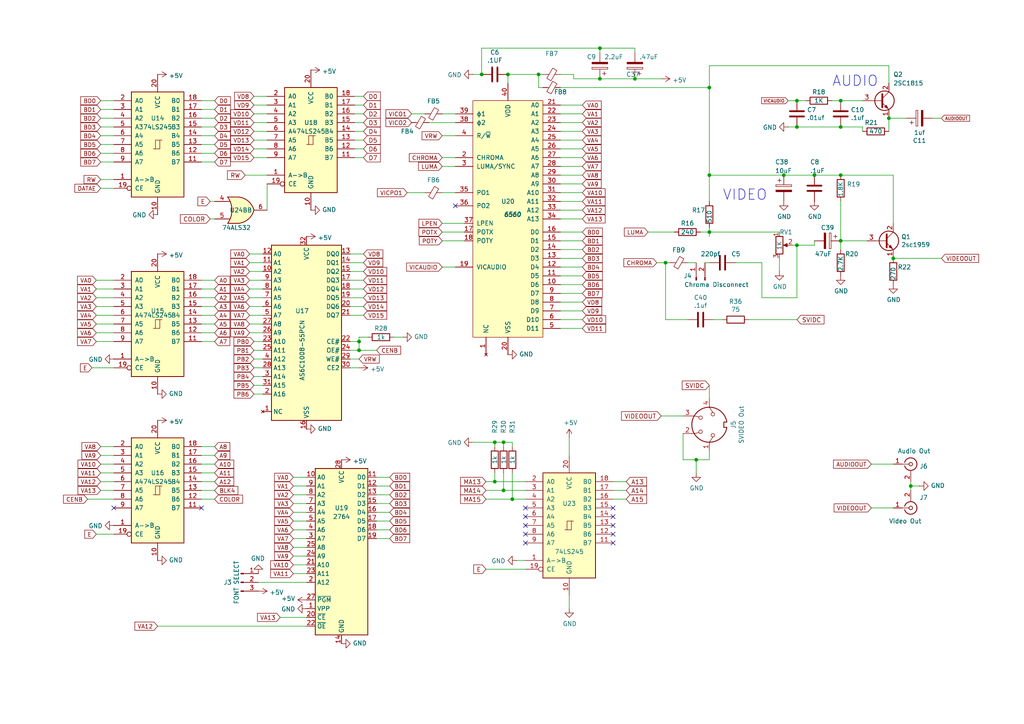
<source format=kicad_sch>
(kicad_sch (version 20250114) (generator "eeschema") (generator_version "9.0")
  (paper "A4")
  (text "AUDIO" (at 241.3 25.4 0) (effects (font (size 2.9972 2.9972)) (justify left bottom)))
  (text "VIDEO\n" (at 209.55 58.42 0) (effects (font (size 2.9972 2.9972)) (justify left bottom)))
  (junction (at 193.04 76.2))
  (junction (at 184.15 22.86))
  (junction (at 243.84 50.8))
  (junction (at 264.16 140.97))
  (junction (at 139.7 21.59))
  (junction (at 173.99 13.97))
  (junction (at 243.84 29.21))
  (junction (at 147.32 21.59))
  (junction (at 257.81 34.29))
  (junction (at 104.14 99.06))
  (junction (at 236.22 50.8))
  (junction (at 156.21 21.59))
  (junction (at 259.08 74.93))
  (junction (at 148.59 144.78))
  (junction (at 243.84 36.83))
  (junction (at 104.14 101.6))
  (junction (at 146.05 128.27))
  (junction (at 201.93 133.35))
  (junction (at 143.51 128.27))
  (junction (at 231.14 71.12))
  (junction (at 173.99 22.86))
  (junction (at 231.14 29.21))
  (junction (at 205.74 67.31))
  (junction (at 227.33 50.8))
  (junction (at 205.74 25.4))
  (junction (at 243.84 69.85))
  (junction (at 205.74 50.8))
  (junction (at 146.05 142.24))
  (junction (at 231.14 36.83))
  (junction (at 143.51 139.7))
  (no_connect (at 177.8 154.94))
  (no_connect (at 177.8 147.32))
  (no_connect (at 152.4 147.32))
  (no_connect (at 33.02 147.32))
  (no_connect (at 177.8 152.4))
  (no_connect (at 58.42 147.32))
  (no_connect (at 152.4 154.94))
  (no_connect (at 152.4 149.86))
  (no_connect (at 152.4 157.48))
  (no_connect (at 152.4 152.4))
  (no_connect (at 177.8 157.48))
  (no_connect (at 132.08 59.69))
  (no_connect (at 177.8 149.86))
  (wire (pts (xy 109.22 151.13) (xy 113.03 151.13)))
  (wire (pts (xy 205.74 115.57) (xy 205.74 111.76)))
  (wire (pts (xy 33.02 31.75) (xy 29.21 31.75)))
  (wire (pts (xy 33.02 44.45) (xy 29.21 44.45)))
  (wire (pts (xy 195.58 67.31) (xy 187.96 67.31)))
  (wire (pts (xy 147.32 24.13) (xy 147.32 21.59)))
  (wire (pts (xy 231.14 86.36) (xy 231.14 71.12)))
  (wire (pts (xy 33.02 139.7) (xy 29.21 139.7)))
  (wire (pts (xy 134.62 64.77) (xy 128.27 64.77)))
  (wire (pts (xy 139.7 13.97) (xy 139.7 21.59)))
  (wire (pts (xy 146.05 142.24) (xy 152.4 142.24)))
  (wire (pts (xy 231.14 71.12) (xy 236.22 71.12)))
  (wire (pts (xy 193.04 76.2) (xy 194.31 76.2)))
  (wire (pts (xy 259.08 134.62) (xy 252.73 134.62)))
  (wire (pts (xy 58.42 36.83) (xy 62.23 36.83)))
  (wire (pts (xy 33.02 46.99) (xy 29.21 46.99)))
  (wire (pts (xy 201.93 133.35) (xy 198.12 133.35)))
  (wire (pts (xy 114.3 97.79) (xy 116.84 97.79)))
  (wire (pts (xy 201.93 133.35) (xy 201.93 137.16)))
  (wire (pts (xy 146.05 129.54) (xy 146.05 128.27)))
  (wire (pts (xy 33.02 52.07) (xy 29.21 52.07)))
  (wire (pts (xy 77.47 33.02) (xy 73.66 33.02)))
  (wire (pts (xy 60.96 63.5) (xy 62.23 63.5)))
  (wire (pts (xy 243.84 36.83) (xy 231.14 36.83)))
  (wire (pts (xy 76.2 99.06) (xy 73.66 99.06)))
  (wire (pts (xy 102.87 40.64) (xy 105.41 40.64)))
  (wire (pts (xy 226.06 74.93) (xy 226.06 78.74)))
  (wire (pts (xy 106.68 97.79) (xy 104.14 97.79)))
  (wire (pts (xy 109.22 143.51) (xy 113.03 143.51)))
  (wire (pts (xy 58.42 137.16) (xy 62.23 137.16)))
  (wire (pts (xy 205.74 25.4) (xy 205.74 50.8)))
  (wire (pts (xy 257.81 34.29) (xy 262.89 34.29)))
  (wire (pts (xy 162.56 45.72) (xy 168.91 45.72)))
  (wire (pts (xy 162.56 25.4) (xy 205.74 25.4)))
  (wire (pts (xy 88.9 143.51) (xy 85.09 143.51)))
  (wire (pts (xy 33.02 88.9) (xy 27.94 88.9)))
  (wire (pts (xy 77.47 43.18) (xy 73.66 43.18)))
  (wire (pts (xy 102.87 30.48) (xy 105.41 30.48)))
  (wire (pts (xy 101.6 81.28) (xy 105.41 81.28)))
  (wire (pts (xy 137.16 21.59) (xy 139.7 21.59)))
  (wire (pts (xy 140.97 165.1) (xy 152.4 165.1)))
  (wire (pts (xy 140.97 139.7) (xy 143.51 139.7)))
  (wire (pts (xy 146.05 128.27) (xy 143.51 128.27)))
  (wire (pts (xy 162.56 50.8) (xy 168.91 50.8)))
  (wire (pts (xy 101.6 99.06) (xy 104.14 99.06)))
  (wire (pts (xy 257.81 34.29) (xy 257.81 38.1)))
  (wire (pts (xy 72.39 73.66) (xy 76.2 73.66)))
  (wire (pts (xy 88.9 140.97) (xy 85.09 140.97)))
  (wire (pts (xy 257.81 19.05) (xy 205.74 19.05)))
  (wire (pts (xy 140.97 144.78) (xy 148.59 144.78)))
  (wire (pts (xy 162.56 95.25) (xy 168.91 95.25)))
  (wire (pts (xy 198.12 120.65) (xy 191.77 120.65)))
  (wire (pts (xy 109.22 140.97) (xy 113.03 140.97)))
  (wire (pts (xy 162.56 69.85) (xy 168.91 69.85)))
  (wire (pts (xy 162.56 30.48) (xy 168.91 30.48)))
  (wire (pts (xy 162.56 85.09) (xy 168.91 85.09)))
  (wire (pts (xy 58.42 39.37) (xy 62.23 39.37)))
  (wire (pts (xy 148.59 129.54) (xy 148.59 128.27)))
  (wire (pts (xy 162.56 72.39) (xy 168.91 72.39)))
  (wire (pts (xy 33.02 154.94) (xy 27.94 154.94)))
  (wire (pts (xy 173.99 13.97) (xy 139.7 13.97)))
  (wire (pts (xy 184.15 13.97) (xy 173.99 13.97)))
  (wire (pts (xy 162.56 90.17) (xy 168.91 90.17)))
  (wire (pts (xy 101.6 106.68) (xy 104.14 106.68)))
  (wire (pts (xy 132.08 48.26) (xy 128.27 48.26)))
  (wire (pts (xy 162.56 77.47) (xy 168.91 77.47)))
  (wire (pts (xy 101.6 86.36) (xy 105.41 86.36)))
  (wire (pts (xy 166.37 21.59) (xy 166.37 22.86)))
  (wire (pts (xy 101.6 78.74) (xy 105.41 78.74)))
  (wire (pts (xy 243.84 69.85) (xy 243.84 72.39)))
  (wire (pts (xy 77.47 45.72) (xy 73.66 45.72)))
  (wire (pts (xy 264.16 140.97) (xy 264.16 139.7)))
  (wire (pts (xy 58.42 96.52) (xy 62.23 96.52)))
  (wire (pts (xy 162.56 74.93) (xy 168.91 74.93)))
  (wire (pts (xy 88.9 158.75) (xy 85.09 158.75)))
  (wire (pts (xy 162.56 53.34) (xy 168.91 53.34)))
  (wire (pts (xy 72.39 93.98) (xy 76.2 93.98)))
  (wire (pts (xy 101.6 101.6) (xy 104.14 101.6)))
  (wire (pts (xy 33.02 36.83) (xy 29.21 36.83)))
  (wire (pts (xy 162.56 63.5) (xy 168.91 63.5)))
  (wire (pts (xy 76.2 104.14) (xy 73.66 104.14)))
  (wire (pts (xy 231.14 29.21) (xy 228.6 29.21)))
  (wire (pts (xy 33.02 29.21) (xy 29.21 29.21)))
  (wire (pts (xy 76.2 106.68) (xy 73.66 106.68)))
  (wire (pts (xy 88.9 163.83) (xy 85.09 163.83)))
  (wire (pts (xy 156.21 25.4) (xy 157.48 25.4)))
  (wire (pts (xy 104.14 99.06) (xy 104.14 101.6)))
  (wire (pts (xy 33.02 81.28) (xy 27.94 81.28)))
  (wire (pts (xy 88.9 146.05) (xy 85.09 146.05)))
  (wire (pts (xy 33.02 106.68) (xy 26.67 106.68)))
  (wire (pts (xy 58.42 86.36) (xy 62.23 86.36)))
  (wire (pts (xy 101.6 76.2) (xy 105.41 76.2)))
  (wire (pts (xy 134.62 67.31) (xy 128.27 67.31)))
  (wire (pts (xy 259.08 147.32) (xy 252.73 147.32)))
  (wire (pts (xy 193.04 76.2) (xy 193.04 92.71)))
  (wire (pts (xy 33.02 144.78) (xy 25.4 144.78)))
  (wire (pts (xy 162.56 55.88) (xy 168.91 55.88)))
  (wire (pts (xy 102.87 35.56) (xy 105.41 35.56)))
  (wire (pts (xy 104.14 97.79) (xy 104.14 99.06)))
  (wire (pts (xy 29.21 41.91) (xy 33.02 41.91)))
  (wire (pts (xy 143.51 128.27) (xy 137.16 128.27)))
  (wire (pts (xy 209.55 92.71) (xy 207.01 92.71)))
  (wire (pts (xy 220.98 76.2) (xy 220.98 86.36)))
  (wire (pts (xy 257.81 19.05) (xy 257.81 24.13)))
  (wire (pts (xy 199.39 76.2) (xy 201.93 76.2)))
  (wire (pts (xy 243.84 29.21) (xy 250.19 29.21)))
  (wire (pts (xy 29.21 34.29) (xy 33.02 34.29)))
  (wire (pts (xy 217.17 92.71) (xy 231.14 92.71)))
  (wire (pts (xy 162.56 80.01) (xy 168.91 80.01)))
  (wire (pts (xy 58.42 99.06) (xy 62.23 99.06)))
  (wire (pts (xy 162.56 67.31) (xy 168.91 67.31)))
  (wire (pts (xy 58.42 41.91) (xy 62.23 41.91)))
  (wire (pts (xy 227.33 50.8) (xy 236.22 50.8)))
  (wire (pts (xy 102.87 45.72) (xy 105.41 45.72)))
  (wire (pts (xy 77.47 38.1) (xy 73.66 38.1)))
  (wire (pts (xy 76.2 111.76) (xy 73.66 111.76)))
  (wire (pts (xy 250.19 36.83) (xy 243.84 36.83)))
  (wire (pts (xy 58.42 93.98) (xy 62.23 93.98)))
  (wire (pts (xy 58.42 132.08) (xy 62.23 132.08)))
  (wire (pts (xy 33.02 54.61) (xy 29.21 54.61)))
  (wire (pts (xy 162.56 40.64) (xy 168.91 40.64)))
  (wire (pts (xy 77.47 35.56) (xy 73.66 35.56)))
  (wire (pts (xy 33.02 91.44) (xy 27.94 91.44)))
  (wire (pts (xy 143.51 137.16) (xy 143.51 139.7)))
  (wire (pts (xy 88.9 148.59) (xy 85.09 148.59)))
  (wire (pts (xy 109.22 153.67) (xy 113.03 153.67)))
  (wire (pts (xy 73.66 114.3) (xy 76.2 114.3)))
  (wire (pts (xy 109.22 156.21) (xy 113.03 156.21)))
  (wire (pts (xy 177.8 144.78) (xy 181.61 144.78)))
  (wire (pts (xy 72.39 76.2) (xy 76.2 76.2)))
  (wire (pts (xy 241.3 29.21) (xy 243.84 29.21)))
  (wire (pts (xy 33.02 93.98) (xy 27.94 93.98)))
  (wire (pts (xy 85.09 138.43) (xy 88.9 138.43)))
  (wire (pts (xy 58.42 46.99) (xy 62.23 46.99)))
  (wire (pts (xy 231.14 36.83) (xy 228.6 36.83)))
  (wire (pts (xy 132.08 33.02) (xy 128.27 33.02)))
  (wire (pts (xy 58.42 83.82) (xy 62.23 83.82)))
  (wire (pts (xy 132.08 39.37) (xy 128.27 39.37)))
  (wire (pts (xy 243.84 58.42) (xy 243.84 69.85)))
  (wire (pts (xy 140.97 142.24) (xy 146.05 142.24)))
  (wire (pts (xy 101.6 73.66) (xy 105.41 73.66)))
  (wire (pts (xy 205.74 58.42) (xy 205.74 50.8)))
  (wire (pts (xy 148.59 144.78) (xy 152.4 144.78)))
  (wire (pts (xy 101.6 83.82) (xy 105.41 83.82)))
  (wire (pts (xy 88.9 166.37) (xy 85.09 166.37)))
  (wire (pts (xy 102.87 27.94) (xy 105.41 27.94)))
  (wire (pts (xy 58.42 134.62) (xy 62.23 134.62)))
  (wire (pts (xy 33.02 99.06) (xy 27.94 99.06)))
  (wire (pts (xy 33.02 134.62) (xy 29.21 134.62)))
  (wire (pts (xy 173.99 22.86) (xy 184.15 22.86)))
  (wire (pts (xy 264.16 142.24) (xy 264.16 140.97)))
  (wire (pts (xy 162.56 87.63) (xy 168.91 87.63)))
  (wire (pts (xy 72.39 91.44) (xy 76.2 91.44)))
  (wire (pts (xy 119.38 33.02) (xy 123.19 33.02)))
  (wire (pts (xy 134.62 69.85) (xy 128.27 69.85)))
  (wire (pts (xy 264.16 140.97) (xy 266.7 140.97)))
  (wire (pts (xy 203.2 67.31) (xy 205.74 67.31)))
  (wire (pts (xy 229.87 71.12) (xy 231.14 71.12)))
  (wire (pts (xy 73.66 101.6) (xy 76.2 101.6)))
  (wire (pts (xy 33.02 39.37) (xy 29.21 39.37)))
  (wire (pts (xy 101.6 91.44) (xy 105.41 91.44)))
  (wire (pts (xy 101.6 104.14) (xy 104.14 104.14)))
  (wire (pts (xy 58.42 91.44) (xy 62.23 91.44)))
  (wire (pts (xy 205.74 133.35) (xy 205.74 130.81)))
  (wire (pts (xy 104.14 101.6) (xy 109.22 101.6)))
  (wire (pts (xy 77.47 50.8) (xy 71.12 50.8)))
  (wire (pts (xy 173.99 15.24) (xy 173.99 13.97)))
  (wire (pts (xy 72.39 96.52) (xy 76.2 96.52)))
  (wire (pts (xy 88.9 168.91) (xy 74.93 168.91)))
  (wire (pts (xy 162.56 38.1) (xy 168.91 38.1)))
  (wire (pts (xy 77.47 27.94) (xy 73.66 27.94)))
  (wire (pts (xy 236.22 71.12) (xy 236.22 69.85)))
  (wire (pts (xy 162.56 58.42) (xy 168.91 58.42)))
  (wire (pts (xy 58.42 142.24) (xy 62.23 142.24)))
  (wire (pts (xy 33.02 96.52) (xy 27.94 96.52)))
  (wire (pts (xy 45.72 181.61) (xy 88.9 181.61)))
  (wire (pts (xy 184.15 15.24) (xy 184.15 13.97)))
  (wire (pts (xy 58.42 139.7) (xy 62.23 139.7)))
  (wire (pts (xy 162.56 21.59) (xy 166.37 21.59)))
  (wire (pts (xy 33.02 132.08) (xy 29.21 132.08)))
  (wire (pts (xy 72.39 88.9) (xy 76.2 88.9)))
  (wire (pts (xy 109.22 138.43) (xy 113.03 138.43)))
  (wire (pts (xy 152.4 162.56) (xy 149.86 162.56)))
  (wire (pts (xy 162.56 33.02) (xy 168.91 33.02)))
  (wire (pts (xy 259.08 64.77) (xy 259.08 50.8)))
  (wire (pts (xy 147.32 21.59) (xy 156.21 21.59)))
  (wire (pts (xy 143.51 129.54) (xy 143.51 128.27)))
  (wire (pts (xy 109.22 146.05) (xy 113.03 146.05)))
  (wire (pts (xy 236.22 50.8) (xy 243.84 50.8)))
  (wire (pts (xy 166.37 22.86) (xy 173.99 22.86)))
  (wire (pts (xy 72.39 78.74) (xy 76.2 78.74)))
  (wire (pts (xy 148.59 137.16) (xy 148.59 144.78)))
  (wire (pts (xy 88.9 156.21) (xy 85.09 156.21)))
  (wire (pts (xy 58.42 29.21) (xy 62.23 29.21)))
  (wire (pts (xy 101.6 88.9) (xy 105.41 88.9)))
  (wire (pts (xy 198.12 133.35) (xy 198.12 125.73)))
  (wire (pts (xy 33.02 129.54) (xy 29.21 129.54)))
  (wire (pts (xy 33.02 83.82) (xy 27.94 83.82)))
  (wire (pts (xy 58.42 31.75) (xy 62.23 31.75)))
  (wire (pts (xy 162.56 92.71) (xy 168.91 92.71)))
  (wire (pts (xy 72.39 86.36) (xy 76.2 86.36)))
  (wire (pts (xy 184.15 22.86) (xy 191.77 22.86)))
  (wire (pts (xy 102.87 38.1) (xy 105.41 38.1)))
  (wire (pts (xy 177.8 142.24) (xy 181.61 142.24)))
  (wire (pts (xy 124.46 35.56) (xy 132.08 35.56)))
  (wire (pts (xy 123.19 55.88) (xy 118.11 55.88)))
  (wire (pts (xy 77.47 40.64) (xy 73.66 40.64)))
  (wire (pts (xy 72.39 83.82) (xy 76.2 83.82)))
  (wire (pts (xy 156.21 21.59) (xy 156.21 25.4)))
  (wire (pts (xy 58.42 129.54) (xy 62.23 129.54)))
  (wire (pts (xy 132.08 45.72) (xy 128.27 45.72)))
  (wire (pts (xy 58.42 88.9) (xy 62.23 88.9)))
  (wire (pts (xy 190.5 76.2) (xy 193.04 76.2)))
  (wire (pts (xy 33.02 142.24) (xy 29.21 142.24)))
  (wire (pts (xy 148.59 128.27) (xy 146.05 128.27)))
  (wire (pts (xy 193.04 92.71) (xy 199.39 92.71)))
  (wire (pts (xy 213.36 76.2) (xy 220.98 76.2)))
  (wire (pts (xy 259.08 50.8) (xy 243.84 50.8)))
  (wire (pts (xy 88.9 161.29) (xy 85.09 161.29)))
  (wire (pts (xy 205.74 19.05) (xy 205.74 25.4)))
  (wire (pts (xy 205.74 133.35) (xy 201.93 133.35)))
  (wire (pts (xy 33.02 137.16) (xy 29.21 137.16)))
  (wire (pts (xy 102.87 43.18) (xy 105.41 43.18)))
  (wire (pts (xy 205.74 67.31) (xy 205.74 68.58)))
  (wire (pts (xy 156.21 21.59) (xy 157.48 21.59)))
  (wire (pts (xy 58.42 144.78) (xy 62.23 144.78)))
  (wire (pts (xy 60.96 58.42) (xy 62.23 58.42)))
  (wire (pts (xy 162.56 35.56) (xy 168.91 35.56)))
  (wire (pts (xy 88.9 179.07) (xy 81.28 179.07)))
  (wire (pts (xy 233.68 29.21) (xy 231.14 29.21)))
  (wire (pts (xy 220.98 86.36) (xy 231.14 86.36)))
  (wire (pts (xy 88.9 151.13) (xy 85.09 151.13)))
  (wire (pts (xy 165.1 127) (xy 165.1 132.08)))
  (wire (pts (xy 143.51 139.7) (xy 152.4 139.7)))
  (wire (pts (xy 165.1 172.72) (xy 165.1 176.53)))
  (wire (pts (xy 243.84 69.85) (xy 251.46 69.85)))
  (wire (pts (xy 109.22 148.59) (xy 113.03 148.59)))
  (wire (pts (xy 77.47 53.34) (xy 77.47 60.96)))
  (wire (pts (xy 33.02 86.36) (xy 27.94 86.36)))
  (wire (pts (xy 177.8 139.7) (xy 181.61 139.7)))
  (wire (pts (xy 162.56 43.18) (xy 168.91 43.18)))
  (wire (pts (xy 205.74 67.31) (xy 205.74 66.04)))
  (wire (pts (xy 205.74 50.8) (xy 227.33 50.8)))
  (wire (pts (xy 205.74 67.31) (xy 226.06 67.31)))
  (wire (pts (xy 58.42 81.28) (xy 62.23 81.28)))
  (wire (pts (xy 250.19 38.1) (xy 250.19 36.83)))
  (wire (pts (xy 132.08 55.88) (xy 128.27 55.88)))
  (wire (pts (xy 204.47 76.2) (xy 205.74 76.2)))
  (wire (pts (xy 146.05 137.16) (xy 146.05 142.24)))
  (wire (pts (xy 77.47 30.48) (xy 73.66 30.48)))
  (wire (pts (xy 132.08 77.47) (xy 128.27 77.47)))
  (wire (pts (xy 162.56 60.96) (xy 168.91 60.96)))
  (wire (pts (xy 88.9 153.67) (xy 85.09 153.67)))
  (wire (pts (xy 162.56 48.26) (xy 168.91 48.26)))
  (wire (pts (xy 58.42 34.29) (xy 62.23 34.29)))
  (wire (pts (xy 162.56 82.55) (xy 168.91 82.55)))
  (wire (pts (xy 58.42 44.45) (xy 62.23 44.45)))
  (wire (pts (xy 76.2 109.22) (xy 73.66 109.22)))
  (wire (pts (xy 259.08 74.93) (xy 273.05 74.93)))
  (wire (pts (xy 270.51 34.29) (xy 273.05 34.29)))
  (wire (pts (xy 102.87 33.02) (xy 105.41 33.02)))
  (wire (pts (xy 72.39 81.28) (xy 76.2 81.28)))
  (global_label "VA2" (shape input) (at 72.39 78.74 180) (effects (font (size 1.1938 1.1938))) (property "Intersheetrefs" "${INTERSHEET_REFS}" (effects (hide yes))))
  (global_label "VD15" (shape input) (at 105.41 91.44 0) (effects (font (size 1.1938 1.1938))) (property "Intersheetrefs" "${INTERSHEET_REFS}" (effects (hide yes))))
  (global_label "BD0" (shape input) (at 113.03 138.43 0) (effects (font (size 1.1938 1.1938))) (property "Intersheetrefs" "${INTERSHEET_REFS}" (effects (hide yes))))
  (global_label "VD9" (shape input) (at 73.66 30.48 180) (effects (font (size 1.1938 1.1938))) (property "Intersheetrefs" "${INTERSHEET_REFS}" (effects (hide yes))))
  (global_label "A6" (shape input) (at 62.23 96.52 0) (effects (font (size 1.1938 1.1938))) (property "Intersheetrefs" "${INTERSHEET_REFS}" (effects (hide yes))))
  (global_label "BD0" (shape input) (at 29.21 29.21 180) (effects (font (size 1.1938 1.1938))) (property "Intersheetrefs" "${INTERSHEET_REFS}" (effects (hide yes))))
  (global_label "VD9" (shape input) (at 105.41 76.2 0) (effects (font (size 1.1938 1.1938))) (property "Intersheetrefs" "${INTERSHEET_REFS}" (effects (hide yes))))
  (global_label "CHROMA" (shape input) (at 190.5 76.2 180) (effects (font (size 1.1938 1.1938))) (property "Intersheetrefs" "${INTERSHEET_REFS}" (effects (hide yes))))
  (global_label "PB2" (shape input) (at 73.66 104.14 180) (effects (font (size 1.1938 1.1938))) (property "Intersheetrefs" "${INTERSHEET_REFS}" (effects (hide yes))))
  (global_label "BD4" (shape input) (at 168.91 77.47 0) (effects (font (size 1.1938 1.1938))) (property "Intersheetrefs" "${INTERSHEET_REFS}" (effects (hide yes))))
  (global_label "VA13" (shape input) (at 168.91 63.5 0) (effects (font (size 1.1938 1.1938))) (property "Intersheetrefs" "${INTERSHEET_REFS}" (effects (hide yes))))
  (global_label "VICAUDIO" (shape input) (at 228.6 29.21 180) (effects (font (size 0.889 0.889))) (property "Intersheetrefs" "${INTERSHEET_REFS}" (effects (hide yes))))
  (global_label "VD11" (shape input) (at 168.91 95.25 0) (effects (font (size 1.1938 1.1938))) (property "Intersheetrefs" "${INTERSHEET_REFS}" (effects (hide yes))))
  (global_label "BLK4" (shape input) (at 62.23 142.24 0) (effects (font (size 1.1938 1.1938))) (property "Intersheetrefs" "${INTERSHEET_REFS}" (effects (hide yes))))
  (global_label "A9" (shape input) (at 62.23 132.08 0) (effects (font (size 1.1938 1.1938))) (property "Intersheetrefs" "${INTERSHEET_REFS}" (effects (hide yes))))
  (global_label "VD11" (shape input) (at 73.66 35.56 180) (effects (font (size 1.1938 1.1938))) (property "Intersheetrefs" "${INTERSHEET_REFS}" (effects (hide yes))))
  (global_label "CENB" (shape input) (at 109.22 101.6 0) (effects (font (size 1.1938 1.1938))) (property "Intersheetrefs" "${INTERSHEET_REFS}" (effects (hide yes))))
  (global_label "PB5" (shape input) (at 73.66 111.76 180) (effects (font (size 1.1938 1.1938))) (property "Intersheetrefs" "${INTERSHEET_REFS}" (effects (hide yes))))
  (global_label "VICO2" (shape input) (at 119.38 35.56 180) (effects (font (size 1.1938 1.1938))) (property "Intersheetrefs" "${INTERSHEET_REFS}" (effects (hide yes))))
  (global_label "D3" (shape input) (at 105.41 35.56 0) (property "Intersheetrefs" "${INTERSHEET_REFS}" (effects (hide yes))))
  (global_label "VA0" (shape input) (at 72.39 73.66 180) (effects (font (size 1.1938 1.1938))) (property "Intersheetrefs" "${INTERSHEET_REFS}" (effects (hide yes))))
  (global_label "MA14" (shape input) (at 140.97 142.24 180) (property "Intersheetrefs" "${INTERSHEET_REFS}" (effects (hide yes))))
  (global_label "D0" (shape input) (at 62.23 29.21 0) (effects (font (size 1.1938 1.1938))) (property "Intersheetrefs" "${INTERSHEET_REFS}" (effects (hide yes))))
  (global_label "BD3" (shape input) (at 29.21 36.83 180) (effects (font (size 1.1938 1.1938))) (property "Intersheetrefs" "${INTERSHEET_REFS}" (effects (hide yes))))
  (global_label "POTX" (shape input) (at 128.27 67.31 180) (effects (font (size 1.1938 1.1938))) (property "Intersheetrefs" "${INTERSHEET_REFS}" (effects (hide yes))))
  (global_label "VA13" (shape input) (at 81.28 179.07 180) (effects (font (size 1.1938 1.1938))) (property "Intersheetrefs" "${INTERSHEET_REFS}" (effects (hide yes))))
  (global_label "LPEN" (shape input) (at 128.27 64.77 180) (effects (font (size 1.1938 1.1938))) (property "Intersheetrefs" "${INTERSHEET_REFS}" (effects (hide yes))))
  (global_label "VA4" (shape input) (at 168.91 40.64 0) (effects (font (size 1.1938 1.1938))) (property "Intersheetrefs" "${INTERSHEET_REFS}" (effects (hide yes))))
  (global_label "PB6" (shape input) (at 73.66 114.3 180) (effects (font (size 1.1938 1.1938))) (property "Intersheetrefs" "${INTERSHEET_REFS}" (effects (hide yes))))
  (global_label "VD15" (shape input) (at 73.66 45.72 180) (effects (font (size 1.1938 1.1938))) (property "Intersheetrefs" "${INTERSHEET_REFS}" (effects (hide yes))))
  (global_label "D0" (shape input) (at 105.41 27.94 0) (property "Intersheetrefs" "${INTERSHEET_REFS}" (effects (hide yes))))
  (global_label "VA5" (shape input) (at 72.39 86.36 180) (effects (font (size 1.1938 1.1938))) (property "Intersheetrefs" "${INTERSHEET_REFS}" (effects (hide yes))))
  (global_label "VD12" (shape input) (at 105.41 83.82 0) (effects (font (size 1.1938 1.1938))) (property "Intersheetrefs" "${INTERSHEET_REFS}" (effects (hide yes))))
  (global_label "VA9" (shape input) (at 85.09 161.29 180) (effects (font (size 1.1938 1.1938))) (property "Intersheetrefs" "${INTERSHEET_REFS}" (effects (hide yes))))
  (global_label "VA5" (shape input) (at 85.09 151.13 180) (effects (font (size 1.1938 1.1938))) (property "Intersheetrefs" "${INTERSHEET_REFS}" (effects (hide yes))))
  (global_label "BD1" (shape input) (at 29.21 31.75 180) (effects (font (size 1.1938 1.1938))) (property "Intersheetrefs" "${INTERSHEET_REFS}" (effects (hide yes))))
  (global_label "D5" (shape input) (at 105.41 40.64 0) (property "Intersheetrefs" "${INTERSHEET_REFS}" (effects (hide yes))))
  (global_label "VA10" (shape input) (at 168.91 55.88 0) (effects (font (size 1.1938 1.1938))) (property "Intersheetrefs" "${INTERSHEET_REFS}" (effects (hide yes))))
  (global_label "VA12" (shape input) (at 29.21 139.7 180) (effects (font (size 1.1938 1.1938))) (property "Intersheetrefs" "${INTERSHEET_REFS}" (effects (hide yes))))
  (global_label "VA4" (shape input) (at 27.94 91.44 180) (effects (font (size 1.1938 1.1938))) (property "Intersheetrefs" "${INTERSHEET_REFS}" (effects (hide yes))))
  (global_label "BD2" (shape input) (at 168.91 72.39 0) (effects (font (size 1.1938 1.1938))) (property "Intersheetrefs" "${INTERSHEET_REFS}" (effects (hide yes))))
  (global_label "VA6" (shape input) (at 27.94 96.52 180) (effects (font (size 1.1938 1.1938))) (property "Intersheetrefs" "${INTERSHEET_REFS}" (effects (hide yes))))
  (global_label "VA8" (shape input) (at 29.21 129.54 180) (effects (font (size 1.1938 1.1938))) (property "Intersheetrefs" "${INTERSHEET_REFS}" (effects (hide yes))))
  (global_label "VA1" (shape input) (at 27.94 83.82 180) (effects (font (size 1.1938 1.1938))) (property "Intersheetrefs" "${INTERSHEET_REFS}" (effects (hide yes))))
  (global_label "SVIDC" (shape input) (at 205.74 111.76 180) (property "Intersheetrefs" "${INTERSHEET_REFS}" (effects (hide yes))))
  (global_label "D2" (shape input) (at 105.41 33.02 0) (property "Intersheetrefs" "${INTERSHEET_REFS}" (effects (hide yes))))
  (global_label "A12" (shape input) (at 62.23 139.7 0) (effects (font (size 1.1938 1.1938))) (property "Intersheetrefs" "${INTERSHEET_REFS}" (effects (hide yes))))
  (global_label "BD1" (shape input) (at 113.03 140.97 0) (effects (font (size 1.1938 1.1938))) (property "Intersheetrefs" "${INTERSHEET_REFS}" (effects (hide yes))))
  (global_label "VA10" (shape input) (at 85.09 163.83 180) (effects (font (size 1.1938 1.1938))) (property "Intersheetrefs" "${INTERSHEET_REFS}" (effects (hide yes))))
  (global_label "E" (shape input) (at 26.67 106.68 180) (effects (font (size 1.1938 1.1938))) (property "Intersheetrefs" "${INTERSHEET_REFS}" (effects (hide yes))))
  (global_label "PB4" (shape input) (at 73.66 109.22 180) (effects (font (size 1.1938 1.1938))) (property "Intersheetrefs" "${INTERSHEET_REFS}" (effects (hide yes))))
  (global_label "VA3" (shape input) (at 72.39 81.28 180) (effects (font (size 1.1938 1.1938))) (property "Intersheetrefs" "${INTERSHEET_REFS}" (effects (hide yes))))
  (global_label "E" (shape input) (at 140.97 165.1 180) (property "Intersheetrefs" "${INTERSHEET_REFS}" (effects (hide yes))))
  (global_label "VA12" (shape input) (at 45.72 181.61 180) (effects (font (size 1.1938 1.1938))) (property "Intersheetrefs" "${INTERSHEET_REFS}" (effects (hide yes))))
  (global_label "VA9" (shape input) (at 29.21 132.08 180) (effects (font (size 1.1938 1.1938))) (property "Intersheetrefs" "${INTERSHEET_REFS}" (effects (hide yes))))
  (global_label "VA6" (shape input) (at 72.39 88.9 180) (effects (font (size 1.1938 1.1938))) (property "Intersheetrefs" "${INTERSHEET_REFS}" (effects (hide yes))))
  (global_label "VA7" (shape input) (at 85.09 156.21 180) (effects (font (size 1.1938 1.1938))) (property "Intersheetrefs" "${INTERSHEET_REFS}" (effects (hide yes))))
  (global_label "VA8" (shape input) (at 72.39 93.98 180) (effects (font (size 1.1938 1.1938))) (property "Intersheetrefs" "${INTERSHEET_REFS}" (effects (hide yes))))
  (global_label "VICO1" (shape input) (at 119.38 33.02 180) (effects (font (size 1.1938 1.1938))) (property "Intersheetrefs" "${INTERSHEET_REFS}" (effects (hide yes))))
  (global_label "VA7" (shape input) (at 72.39 91.44 180) (effects (font (size 1.1938 1.1938))) (property "Intersheetrefs" "${INTERSHEET_REFS}" (effects (hide yes))))
  (global_label "VA3" (shape input) (at 168.91 38.1 0) (effects (font (size 1.1938 1.1938))) (property "Intersheetrefs" "${INTERSHEET_REFS}" (effects (hide yes))))
  (global_label "VD8" (shape input) (at 105.41 73.66 0) (effects (font (size 1.1938 1.1938))) (property "Intersheetrefs" "${INTERSHEET_REFS}" (effects (hide yes))))
  (global_label "A3" (shape input) (at 62.23 88.9 0) (effects (font (size 1.1938 1.1938))) (property "Intersheetrefs" "${INTERSHEET_REFS}" (effects (hide yes))))
  (global_label "VRW" (shape input) (at 128.27 39.37 180) (effects (font (size 1.1938 1.1938))) (property "Intersheetrefs" "${INTERSHEET_REFS}" (effects (hide yes))))
  (global_label "VA11" (shape input) (at 85.09 166.37 180) (effects (font (size 1.1938 1.1938))) (property "Intersheetrefs" "${INTERSHEET_REFS}" (effects (hide yes))))
  (global_label "VD9" (shape input) (at 168.91 90.17 0) (effects (font (size 1.1938 1.1938))) (property "Intersheetrefs" "${INTERSHEET_REFS}" (effects (hide yes))))
  (global_label "RW" (shape input) (at 29.21 52.07 180) (effects (font (size 1.1938 1.1938))) (property "Intersheetrefs" "${INTERSHEET_REFS}" (effects (hide yes))))
  (global_label "A4" (shape input) (at 62.23 91.44 0) (effects (font (size 1.1938 1.1938))) (property "Intersheetrefs" "${INTERSHEET_REFS}" (effects (hide yes))))
  (global_label "A1" (shape input) (at 62.23 83.82 0) (effects (font (size 1.1938 1.1938))) (property "Intersheetrefs" "${INTERSHEET_REFS}" (effects (hide yes))))
  (global_label "A10" (shape input) (at 62.23 134.62 0) (effects (font (size 1.1938 1.1938))) (property "Intersheetrefs" "${INTERSHEET_REFS}" (effects (hide yes))))
  (global_label "A8" (shape input) (at 62.23 129.54 0) (effects (font (size 1.1938 1.1938))) (property "Intersheetrefs" "${INTERSHEET_REFS}" (effects (hide yes))))
  (global_label "BD7" (shape input) (at 29.21 46.99 180) (effects (font (size 1.1938 1.1938))) (property "Intersheetrefs" "${INTERSHEET_REFS}" (effects (hide yes))))
  (global_label "VICPO1" (shape input) (at 118.11 55.88 180) (effects (font (size 1.1938 1.1938))) (property "Intersheetrefs" "${INTERSHEET_REFS}" (effects (hide yes))))
  (global_label "BD2" (shape input) (at 29.21 34.29 180) (effects (font (size 1.1938 1.1938))) (property "Intersheetrefs" "${INTERSHEET_REFS}" (effects (hide yes))))
  (global_label "PB0" (shape input) (at 73.66 99.06 180) (effects (font (size 1.1938 1.1938))) (property "Intersheetrefs" "${INTERSHEET_REFS}" (effects (hide yes))))
  (global_label "BD3" (shape input) (at 168.91 74.93 0) (effects (font (size 1.1938 1.1938))) (property "Intersheetrefs" "${INTERSHEET_REFS}" (effects (hide yes))))
  (global_label "VA5" (shape input) (at 27.94 93.98 180) (effects (font (size 1.1938 1.1938))) (property "Intersheetrefs" "${INTERSHEET_REFS}" (effects (hide yes))))
  (global_label "VA11" (shape input) (at 168.91 58.42 0) (effects (font (size 1.1938 1.1938))) (property "Intersheetrefs" "${INTERSHEET_REFS}" (effects (hide yes))))
  (global_label "BD4" (shape input) (at 113.03 148.59 0) (effects (font (size 1.1938 1.1938))) (property "Intersheetrefs" "${INTERSHEET_REFS}" (effects (hide yes))))
  (global_label "VA4" (shape input) (at 85.09 148.59 180) (effects (font (size 1.1938 1.1938))) (property "Intersheetrefs" "${INTERSHEET_REFS}" (effects (hide yes))))
  (global_label "VA7" (shape input) (at 27.94 99.06 180) (effects (font (size 1.1938 1.1938))) (property "Intersheetrefs" "${INTERSHEET_REFS}" (effects (hide yes))))
  (global_label "VD10" (shape input) (at 105.41 78.74 0) (effects (font (size 1.1938 1.1938))) (property "Intersheetrefs" "${INTERSHEET_REFS}" (effects (hide yes))))
  (global_label "BD6" (shape input) (at 29.21 44.45 180) (effects (font (size 1.1938 1.1938))) (property "Intersheetrefs" "${INTERSHEET_REFS}" (effects (hide yes))))
  (global_label "VA5" (shape input) (at 168.91 43.18 0) (effects (font (size 1.1938 1.1938))) (property "Intersheetrefs" "${INTERSHEET_REFS}" (effects (hide yes))))
  (global_label "BD5" (shape input) (at 113.03 151.13 0) (effects (font (size 1.1938 1.1938))) (property "Intersheetrefs" "${INTERSHEET_REFS}" (effects (hide yes))))
  (global_label "VIDEOOUT" (shape input) (at 273.05 74.93 0) (effects (font (size 1.1938 1.1938))) (property "Intersheetrefs" "${INTERSHEET_REFS}" (effects (hide yes))))
  (global_label "BD3" (shape input) (at 113.03 146.05 0) (effects (font (size 1.1938 1.1938))) (property "Intersheetrefs" "${INTERSHEET_REFS}" (effects (hide yes))))
  (global_label "VIDEOOUT" (shape input) (at 252.73 147.32 180) (effects (font (size 1.1938 1.1938))) (property "Intersheetrefs" "${INTERSHEET_REFS}" (effects (hide yes))))
  (global_label "D7" (shape input) (at 105.41 45.72 0) (property "Intersheetrefs" "${INTERSHEET_REFS}" (effects (hide yes))))
  (global_label "BD6" (shape input) (at 168.91 82.55 0) (effects (font (size 1.1938 1.1938))) (property "Intersheetrefs" "${INTERSHEET_REFS}" (effects (hide yes))))
  (global_label "VA7" (shape input) (at 168.91 48.26 0) (effects (font (size 1.1938 1.1938))) (property "Intersheetrefs" "${INTERSHEET_REFS}" (effects (hide yes))))
  (global_label "VD13" (shape input) (at 105.41 86.36 0) (effects (font (size 1.1938 1.1938))) (property "Intersheetrefs" "${INTERSHEET_REFS}" (effects (hide yes))))
  (global_label "A2" (shape input) (at 62.23 86.36 0) (effects (font (size 1.1938 1.1938))) (property "Intersheetrefs" "${INTERSHEET_REFS}" (effects (hide yes))))
  (global_label "SVIDC" (shape input) (at 231.14 92.71 0) (property "Intersheetrefs" "${INTERSHEET_REFS}" (effects (hide yes))))
  (global_label "VD13" (shape input) (at 73.66 40.64 180) (effects (font (size 1.1938 1.1938))) (property "Intersheetrefs" "${INTERSHEET_REFS}" (effects (hide yes))))
  (global_label "VICAUDIO" (shape input) (at 128.27 77.47 180) (effects (font (size 1.1938 1.1938))) (property "Intersheetrefs" "${INTERSHEET_REFS}" (effects (hide yes))))
  (global_label "D1" (shape input) (at 62.23 31.75 0) (effects (font (size 1.1938 1.1938))) (property "Intersheetrefs" "${INTERSHEET_REFS}" (effects (hide yes))))
  (global_label "A13" (shape input) (at 181.61 139.7 0) (property "Intersheetrefs" "${INTERSHEET_REFS}" (effects (hide yes))))
  (global_label "VA9" (shape input) (at 72.39 96.52 180) (effects (font (size 1.1938 1.1938))) (property "Intersheetrefs" "${INTERSHEET_REFS}" (effects (hide yes))))
  (global_label "VA1" (shape input) (at 168.91 33.02 0) (effects (font (size 1.1938 1.1938))) (property "Intersheetrefs" "${INTERSHEET_REFS}" (effects (hide yes))))
  (global_label "D2" (shape input) (at 62.23 34.29 0) (effects (font (size 1.1938 1.1938))) (property "Intersheetrefs" "${INTERSHEET_REFS}" (effects (hide yes))))
  (global_label "VA2" (shape input) (at 27.94 86.36 180) (effects (font (size 1.1938 1.1938))) (property "Intersheetrefs" "${INTERSHEET_REFS}" (effects (hide yes))))
  (global_label "CHROMA" (shape input) (at 128.27 45.72 180) (effects (font (size 1.1938 1.1938))) (property "Intersheetrefs" "${INTERSHEET_REFS}" (effects (hide yes))))
  (global_label "VA2" (shape input) (at 168.91 35.56 0) (effects (font (size 1.1938 1.1938))) (property "Intersheetrefs" "${INTERSHEET_REFS}" (effects (hide yes))))
  (global_label "PB1" (shape input) (at 73.66 101.6 180) (effects (font (size 1.1938 1.1938))) (property "Intersheetrefs" "${INTERSHEET_REFS}" (effects (hide yes))))
  (global_label "DATAE" (shape input) (at 29.21 54.61 180) (effects (font (size 1.1938 1.1938))) (property "Intersheetrefs" "${INTERSHEET_REFS}" (effects (hide yes))))
  (global_label "VA3" (shape input) (at 27.94 88.9 180) (effects (font (size 1.1938 1.1938))) (property "Intersheetrefs" "${INTERSHEET_REFS}" (effects (hide yes))))
  (global_label "PB3" (shape input) (at 73.66 106.68 180) (effects (font (size 1.1938 1.1938))) (property "Intersheetrefs" "${INTERSHEET_REFS}" (effects (hide yes))))
  (global_label "VA8" (shape input) (at 85.09 158.75 180) (effects (font (size 1.1938 1.1938))) (property "Intersheetrefs" "${INTERSHEET_REFS}" (effects (hide yes))))
  (global_label "A5" (shape input) (at 62.23 93.98 0) (effects (font (size 1.1938 1.1938))) (property "Intersheetrefs" "${INTERSHEET_REFS}" (effects (hide yes))))
  (global_label "A0" (shape input) (at 62.23 81.28 0) (effects (font (size 1.1938 1.1938))) (property "Intersheetrefs" "${INTERSHEET_REFS}" (effects (hide yes))))
  (global_label "VA1" (shape input) (at 72.39 76.2 180) (effects (font (size 1.1938 1.1938))) (property "Intersheetrefs" "${INTERSHEET_REFS}" (effects (hide yes))))
  (global_label "D6" (shape input) (at 105.41 43.18 0) (property "Intersheetrefs" "${INTERSHEET_REFS}" (effects (hide yes))))
  (global_label "BD4" (shape input) (at 29.21 39.37 180) (effects (font (size 1.1938 1.1938))) (property "Intersheetrefs" "${INTERSHEET_REFS}" (effects (hide yes))))
  (global_label "VD12" (shape input) (at 73.66 38.1 180) (effects (font (size 1.1938 1.1938))) (property "Intersheetrefs" "${INTERSHEET_REFS}" (effects (hide yes))))
  (global_label "BD6" (shape input) (at 113.03 153.67 0) (effects (font (size 1.1938 1.1938))) (property "Intersheetrefs" "${INTERSHEET_REFS}" (effects (hide yes))))
  (global_label "VD14" (shape input) (at 73.66 43.18 180) (effects (font (size 1.1938 1.1938))) (property "Intersheetrefs" "${INTERSHEET_REFS}" (effects (hide yes))))
  (global_label "BD1" (shape input) (at 168.91 69.85 0) (effects (font (size 1.1938 1.1938))) (property "Intersheetrefs" "${INTERSHEET_REFS}" (effects (hide yes))))
  (global_label "D4" (shape input) (at 105.41 38.1 0) (property "Intersheetrefs" "${INTERSHEET_REFS}" (effects (hide yes))))
  (global_label "VA6" (shape input) (at 168.91 45.72 0) (effects (font (size 1.1938 1.1938))) (property "Intersheetrefs" "${INTERSHEET_REFS}" (effects (hide yes))))
  (global_label "COLOR" (shape input) (at 62.23 144.78 0) (effects (font (size 1.1938 1.1938))) (property "Intersheetrefs" "${INTERSHEET_REFS}" (effects (hide yes))))
  (global_label "BD0" (shape input) (at 168.91 67.31 0) (effects (font (size 1.1938 1.1938))) (property "Intersheetrefs" "${INTERSHEET_REFS}" (effects (hide yes))))
  (global_label "VA6" (shape input) (at 85.09 153.67 180) (effects (font (size 1.1938 1.1938))) (property "Intersheetrefs" "${INTERSHEET_REFS}" (effects (hide yes))))
  (global_label "LUMA" (shape input) (at 187.96 67.31 180) (effects (font (size 1.1938 1.1938))) (property "Intersheetrefs" "${INTERSHEET_REFS}" (effects (hide yes))))
  (global_label "VIDEOOUT" (shape input) (at 191.77 120.65 180) (property "Intersheetrefs" "${INTERSHEET_REFS}" (effects (hide yes))))
  (global_label "VD14" (shape input) (at 105.41 88.9 0) (effects (font (size 1.1938 1.1938))) (property "Intersheetrefs" "${INTERSHEET_REFS}" (effects (hide yes))))
  (global_label "VA0" (shape input) (at 27.94 81.28 180) (effects (font (size 1.1938 1.1938))) (property "Intersheetrefs" "${INTERSHEET_REFS}" (effects (hide yes))))
  (global_label "A14" (shape input) (at 181.61 142.24 0) (property "Intersheetrefs" "${INTERSHEET_REFS}" (effects (hide yes))))
  (global_label "VA4" (shape input) (at 72.39 83.82 180) (effects (font (size 1.1938 1.1938))) (property "Intersheetrefs" "${INTERSHEET_REFS}" (effects (hide yes))))
  (global_label "VA11" (shape input) (at 29.21 137.16 180) (effects (font (size 1.1938 1.1938))) (property "Intersheetrefs" "${INTERSHEET_REFS}" (effects (hide yes))))
  (global_label "D7" (shape input) (at 62.23 46.99 0) (effects (font (size 1.1938 1.1938))) (property "Intersheetrefs" "${INTERSHEET_REFS}" (effects (hide yes))))
  (global_label "AUDIOOUT" (shape input) (at 273.05 34.29 0) (effects (font (size 0.889 0.889))) (property "Intersheetrefs" "${INTERSHEET_REFS}" (effects (hide yes))))
  (global_label "D3" (shape input) (at 62.23 36.83 0) (effects (font (size 1.1938 1.1938))) (property "Intersheetrefs" "${INTERSHEET_REFS}" (effects (hide yes))))
  (global_label "VD8" (shape input) (at 168.91 87.63 0) (effects (font (size 1.1938 1.1938))) (property "Intersheetrefs" "${INTERSHEET_REFS}" (effects (hide yes))))
  (global_label "VA10" (shape input) (at 29.21 134.62 180) (effects (font (size 1.1938 1.1938))) (property "Intersheetrefs" "${INTERSHEET_REFS}" (effects (hide yes))))
  (global_label "A11" (shape input) (at 62.23 137.16 0) (effects (font (size 1.1938 1.1938))) (property "Intersheetrefs" "${INTERSHEET_REFS}" (effects (hide yes))))
  (global_label "D1" (shape input) (at 105.41 30.48 0) (property "Intersheetrefs" "${INTERSHEET_REFS}" (effects (hide yes))))
  (global_label "RW" (shape input) (at 71.12 50.8 180) (property "Intersheetrefs" "${INTERSHEET_REFS}" (effects (hide yes))))
  (global_label "VD10" (shape input) (at 168.91 92.71 0) (effects (font (size 1.1938 1.1938))) (property "Intersheetrefs" "${INTERSHEET_REFS}" (effects (hide yes))))
  (global_label "E" (shape input) (at 60.96 58.42 180) (property "Intersheetrefs" "${INTERSHEET_REFS}" (effects (hide yes))))
  (global_label "CENB" (shape input) (at 25.4 144.78 180) (effects (font (size 1.1938 1.1938))) (property "Intersheetrefs" "${INTERSHEET_REFS}" (effects (hide yes))))
  (global_label "POTY" (shape input) (at 128.27 69.85 180) (effects (font (size 1.1938 1.1938))) (property "Intersheetrefs" "${INTERSHEET_REFS}" (effects (hide yes))))
  (global_label "VA12" (shape input) (at 168.91 60.96 0) (effects (font (size 1.1938 1.1938))) (property "Intersheetrefs" "${INTERSHEET_REFS}" (effects (hide yes))))
  (global_label "MA13" (shape input) (at 140.97 139.7 180) (property "Intersheetrefs" "${INTERSHEET_REFS}" (effects (hide yes))))
  (global_label "COLOR" (shape input) (at 60.96 63.5 180) (property "Intersheetrefs" "${INTERSHEET_REFS}" (effects (hide yes))))
  (global_label "BD7" (shape input) (at 113.03 156.21 0) (effects (font (size 1.1938 1.1938))) (property "Intersheetrefs" "${INTERSHEET_REFS}" (effects (hide yes))))
  (global_label "VA8" (shape input) (at 168.91 50.8 0) (effects (font (size 1.1938 1.1938))) (property "Intersheetrefs" "${INTERSHEET_REFS}" (effects (hide yes))))
  (global_label "AUDIOOUT" (shape input) (at 252.73 134.62 180) (effects (font (size 1.1938 1.1938))) (property "Intersheetrefs" "${INTERSHEET_REFS}" (effects (hide yes))))
  (global_label "VD10" (shape input) (at 73.66 33.02 180) (effects (font (size 1.1938 1.1938))) (property "Intersheetrefs" "${INTERSHEET_REFS}" (effects (hide yes))))
  (global_label "MA15" (shape input) (at 140.97 144.78 180) (property "Intersheetrefs" "${INTERSHEET_REFS}" (effects (hide yes))))
  (global_label "BD7" (shape input) (at 168.91 85.09 0) (effects (font (size 1.1938 1.1938))) (property "Intersheetrefs" "${INTERSHEET_REFS}" (effects (hide yes))))
  (global_label "A15" (shape input) (at 181.61 144.78 0) (property "Intersheetrefs" "${INTERSHEET_REFS}" (effects (hide yes))))
  (global_label "VA9" (shape input) (at 168.91 53.34 0) (effects (font (size 1.1938 1.1938))) (property "Intersheetrefs" "${INTERSHEET_REFS}" (effects (hide yes))))
  (global_label "D6" (shape input) (at 62.23 44.45 0) (effects (font (size 1.1938 1.1938))) (property "Intersheetrefs" "${INTERSHEET_REFS}" (effects (hide yes))))
  (global_label "BD5" (shape input) (at 29.21 41.91 180) (effects (font (size 1.1938 1.1938))) (property "Intersheetrefs" "${INTERSHEET_REFS}" (effects (hide yes))))
  (global_label "VD11" (shape input) (at 105.41 81.28 0) (effects (font (size 1.1938 1.1938))) (property "Intersheetrefs" "${INTERSHEET_REFS}" (effects (hide yes))))
  (global_label "VA3" (shape input) (at 85.09 146.05 180) (effects (font (size 1.1938 1.1938))) (property "Intersheetrefs" "${INTERSHEET_REFS}" (effects (hide yes))))
  (global_label "VRW" (shape input) (at 104.14 104.14 0) (effects (font (size 1.1938 1.1938))) (property "Intersheetrefs" "${INTERSHEET_REFS}" (effects (hide yes))))
  (global_label "BD5" (shape input) (at 168.91 80.01 0) (effects (font (size 1.1938 1.1938))) (property "Intersheetrefs" "${INTERSHEET_REFS}" (effects (hide yes))))
  (global_label "D5" (shape input) (at 62.23 41.91 0) (effects (font (size 1.1938 1.1938))) (property "Intersheetrefs" "${INTERSHEET_REFS}" (effects (hide yes))))
  (global_label "BD2" (shape input) (at 113.03 143.51 0) (effects (font (size 1.1938 1.1938))) (property "Intersheetrefs" "${INTERSHEET_REFS}" (effects (hide yes))))
  (global_label "VA2" (shape input) (at 85.09 143.51 180) (effects (font (size 1.1938 1.1938))) (property "Intersheetrefs" "${INTERSHEET_REFS}" (effects (hide yes))))
  (global_label "E" (shape input) (at 27.94 154.94 180) (effects (font (size 1.1938 1.1938))) (property "Intersheetrefs" "${INTERSHEET_REFS}" (effects (hide yes))))
  (global_label "VA0" (shape input) (at 85.09 138.43 180) (effects (font (size 1.1938 1.1938))) (property "Intersheetrefs" "${INTERSHEET_REFS}" (effects (hide yes))))
  (global_label "LUMA" (shape input) (at 128.27 48.26 180) (effects (font (size 1.1938 1.1938))) (property "Intersheetrefs" "${INTERSHEET_REFS}" (effects (hide yes))))
  (global_label "VA13" (shape input) (at 29.21 142.24 180) (effects (font (size 1.1938 1.1938))) (property "Intersheetrefs" "${INTERSHEET_REFS}" (effects (hide yes))))
  (global_label "VA1" (shape input) (at 85.09 140.97 180) (effects (font (size 1.1938 1.1938))) (property "Intersheetrefs" "${INTERSHEET_REFS}" (effects (hide yes))))
  (global_label "VA0" (shape input) (at 168.91 30.48 0) (effects (font (size 1.1938 1.1938))) (property "Intersheetrefs" "${INTERSHEET_REFS}" (effects (hide yes))))
  (global_label "VD8" (shape input) (at 73.66 27.94 180) (effects (font (size 1.1938 1.1938))) (property "Intersheetrefs" "${INTERSHEET_REFS}" (effects (hide yes))))
  (global_label "D4" (shape input) (at 62.23 39.37 0) (effects (font (size 1.1938 1.1938))) (property "Intersheetrefs" "${INTERSHEET_REFS}" (effects (hide yes))))
  (global_label "A7" (shape input) (at 62.23 99.06 0) (effects (font (size 1.1938 1.1938))) (property "Intersheetrefs" "${INTERSHEET_REFS}" (effects (hide yes))))
  (symbol (lib_id "Vic2020mainboard-rescue:Ferrite_Bead_Small-Device") (at 160.02 21.59 270) (unit 1)
    (property "Reference" "FB7" (at 160.02 15.5702 90))
    (property "Footprint" "Inductor_THT:L_Axial_L6.6mm_D2.7mm_P10.16mm_Horizontal_Vishay_IM-2" (effects (hide yes)))
  )
  (symbol (lib_id "Vic2020mainboard-rescue:Ferrite_Bead_Small-Device") (at 160.02 25.4 270) (unit 1)
    (property "Reference" "FB8" (at 162.56 26.67 90))
    (property "Value" "Ferrite_Bead_Small" (effects (hide yes)))
    (property "Footprint" "Inductor_THT:L_Axial_L6.6mm_D2.7mm_P10.16mm_Horizontal_Vishay_IM-2" (effects (hide yes)))
  )
  (symbol (lib_id "Device:C") (at 143.51 21.59 270) (unit 1)
    (property "Reference" "C6" (at 143.51 15.1892 90))
    (property "Value" ".1UF" (at 143.51 17.5006 90))
    (property "Footprint" "Capacitor_THT:C_Rect_L7.0mm_W2.0mm_P5.00mm" (effects (hide yes)))
  )
  (symbol (lib_id "power:GND") (at 137.16 21.59 270) (unit 1)
    (property "Reference" "#PWR033" (effects (hide yes)))
    (property "Value" "GND" (at 133.9088 21.717 90) (effects (justify right)))
  )
  (symbol (lib_id "Vic2020mainboard-rescue:CP-Device") (at 173.99 19.05 180) (unit 1)
    (property "Reference" "C9" (at 170.18 16.51 0) (effects (justify right)))
    (property "Value" "2.2uF" (at 175.26 16.51 0) (effects (justify right)))
    (property "Footprint" "Capacitor_THT:CP_Radial_D4.0mm_P2.00mm" (effects (hide yes)))
  )
  (symbol (lib_id "Vic2020mainboard-rescue:CP-Device") (at 184.15 19.05 180) (unit 1)
    (property "Reference" "C37" (at 181.61 21.59 0) (effects (justify right)))
    (property "Value" ".47uF" (at 185.42 16.51 0) (effects (justify right)))
    (property "Footprint" "Capacitor_THT:CP_Radial_D4.0mm_P2.00mm" (effects (hide yes)))
  )
  (symbol (lib_id "Vic2020mainboard-rescue:CP-Device") (at 227.33 54.61 0) (unit 1)
    (property "Reference" "C38" (at 224.79 46.99 0) (effects (justify left)))
    (property "Value" "10uF" (at 224.79 49.53 0) (effects (justify left)))
    (property "Footprint" "Capacitor_THT:CP_Radial_D4.0mm_P2.00mm" (effects (hide yes)))
  )
  (symbol (lib_id "Vic2020mainboard-rescue:CP-Device") (at 240.03 69.85 270) (unit 1)
    (property "Reference" "C39" (at 240.03 66.04 90))
    (property "Value" "47uF" (at 238.76 73.66 90))
    (property "Footprint" "Capacitor_THT:CP_Radial_D4.0mm_P2.00mm" (effects (hide yes)))
  )
  (symbol (lib_id "Vic2020mainboard-rescue:Ferrite_Bead_Small-Device") (at 196.85 76.2 270) (unit 1)
    (property "Reference" "FB9" (at 196.85 72.517 90))
    (property "Value" "Ferrite_Bead_Small" (effects (hide yes)))
    (property "Footprint" "Inductor_THT:L_Axial_L6.6mm_D2.7mm_P10.16mm_Horizontal_Vishay_IM-2" (effects (hide yes)))
  )
  (symbol (lib_id "Vic2020mainboard-rescue:Ferrite_Bead_Small-Device") (at 125.73 55.88 270) (unit 1)
    (property "Reference" "FB6" (at 125.73 52.197 90))
    (property "Value" "Ferrite_Bead_Small" (effects (hide yes)))
    (property "Footprint" "Inductor_THT:L_Axial_L6.6mm_D2.7mm_P10.16mm_Horizontal_Vishay_IM-2" (effects (hide yes)))
  )
  (symbol (lib_id "Vic2020mainboard-rescue:Ferrite_Bead_Small-Device") (at 125.73 33.02 270) (unit 1)
    (property "Reference" "FB5" (at 125.73 29.337 90))
    (property "Value" "Ferrite_Bead_Small" (effects (hide yes)))
    (property "Footprint" "Inductor_THT:L_Axial_L6.6mm_D2.7mm_P10.16mm_Horizontal_Vishay_IM-2" (effects (hide yes)))
  )
  (symbol (lib_id "Vic2020mainboard-rescue:Ferrite_Bead_Small-Device") (at 121.92 35.56 270) (unit 1)
    (property "Reference" "FB4" (at 118.11 38.1 90))
    (property "Value" "Ferrite_Bead_Small" (effects (hide yes)))
    (property "Footprint" "Inductor_THT:L_Axial_L6.6mm_D2.7mm_P10.16mm_Horizontal_Vishay_IM-2" (effects (hide yes)))
  )
  (symbol (lib_id "74xx:74LS245") (at 165.1 152.4 0) (unit 1)
    (property "Reference" "U23" (at 165.1 146.05 0))
    (property "Value" "74LS245" (at 165.1 160.02 0))
    (property "Footprint" "Package_DIP:DIP-20_W7.62mm_Socket" (effects (hide yes)))
    (property "Datasheet" "http://www.ti.com/lit/gpn/sn74LS245" (effects (hide yes)))
  )
  (symbol (lib_id "power:GND") (at 165.1 176.53 0) (unit 1)
    (property "Reference" "#PWR0138" (effects (hide yes)))
    (property "Value" "GND" (at 165.227 180.9242 0))
  )
  (symbol (lib_id "power:GND") (at 149.86 162.56 270) (unit 1)
    (property "Reference" "#PWR0139" (effects (hide yes)))
    (property "Value" "GND" (at 146.6088 162.687 90) (effects (justify right)))
  )
  (symbol (lib_id "power:+5V") (at 165.1 127 0) (unit 1)
    (property "Reference" "#PWR0170" (effects (hide yes)))
    (property "Value" "+5V" (at 165.481 122.6058 0))
  )
  (symbol (lib_id "power:GND") (at 116.84 97.79 90) (unit 1)
    (property "Reference" "#PWR034" (effects (hide yes)))
    (property "Value" "GND" (at 120.0912 97.663 90) (effects (justify right)))
  )
  (symbol (lib_id "Device:R") (at 110.49 97.79 270) (unit 1)
    (property "Reference" "R28" (at 110.49 95.25 90))
    (property "Value" "1k" (at 110.49 97.79 90))
    (property "Footprint" "Resistor_THT:R_Axial_DIN0207_L6.3mm_D2.5mm_P7.62mm_Horizontal" (effects (hide yes)))
  )
  (symbol (lib_id "Device:R") (at 143.51 133.35 0) (unit 1)
    (property "Reference" "R29" (at 143.51 125.73 90) (effects (justify left)))
    (property "Value" "1k" (at 143.51 134.62 90) (effects (justify left)))
    (property "Footprint" "Resistor_THT:R_Axial_DIN0207_L6.3mm_D2.5mm_P7.62mm_Horizontal" (effects (hide yes)))
  )
  (symbol (lib_id "Device:R") (at 146.05 133.35 0) (unit 1)
    (property "Reference" "R30" (at 146.05 125.73 90) (effects (justify left)))
    (property "Value" "1k" (at 146.05 134.62 90) (effects (justify left)))
    (property "Footprint" "Resistor_THT:R_Axial_DIN0207_L6.3mm_D2.5mm_P7.62mm_Horizontal" (effects (hide yes)))
  )
  (symbol (lib_id "Device:R") (at 148.59 133.35 0) (unit 1)
    (property "Reference" "R31" (at 148.59 125.73 90) (effects (justify left)))
    (property "Value" "1k" (at 148.59 134.62 90) (effects (justify left)))
    (property "Footprint" "Resistor_THT:R_Axial_DIN0207_L6.3mm_D2.5mm_P7.62mm_Horizontal" (effects (hide yes)))
  )
  (symbol (lib_id "power:GND") (at 137.16 128.27 270) (unit 1)
    (property "Reference" "#PWR035" (effects (hide yes)))
    (property "Value" "GND" (at 133.9088 128.397 90) (effects (justify right)))
  )
  (symbol (lib_id "Device:C") (at 203.2 92.71 270) (unit 1)
    (property "Reference" "C40" (at 203.2 86.3092 90))
    (property "Value" ".1uf" (at 203.2 88.6206 90))
    (property "Footprint" "Capacitor_THT:C_Rect_L7.0mm_W2.0mm_P5.00mm" (effects (hide yes)))
  )
  (symbol (lib_id "Device:R") (at 213.36 92.71 270) (unit 1)
    (property "Reference" "R36" (at 213.36 87.4522 90))
    (property "Value" "75" (at 213.36 89.7636 90))
    (property "Footprint" "Resistor_THT:R_Axial_DIN0207_L6.3mm_D2.5mm_P7.62mm_Horizontal" (effects (hide yes)))
  )
  (symbol (lib_id "74xx:74LS32") (at 69.85 60.96 0) (unit 2)
    (property "Reference" "U24B" (at 69.85 60.96 0))
    (property "Value" "74ALS32" (at 68.58 66.04 0))
    (property "Footprint" "Package_DIP:DIP-14_W7.62mm_Socket" (effects (hide yes)))
    (property "Datasheet" "http://www.ti.com/lit/gpn/sn74LS32" (effects (hide yes)))
  )
  (symbol (lib_id "74xx:74LS245") (at 45.72 41.91 0) (unit 1)
    (property "Reference" "U14" (at 45.72 34.29 0))
    (property "Value" "74LS245" (at 45.72 36.83 0))
    (property "Footprint" "Package_DIP:DIP-20_W7.62mm_Socket" (effects (hide yes)))
    (property "Datasheet" "http://www.ti.com/lit/gpn/sn74LS245" (effects (hide yes)))
  )
  (symbol (lib_id "74xx:74LS245") (at 45.72 93.98 0) (unit 1)
    (property "Reference" "U15" (at 45.72 90.17 0))
    (property "Value" "74LS245" (at 45.72 91.44 0))
    (property "Footprint" "Package_DIP:DIP-20_W7.62mm_Socket" (effects (hide yes)))
    (property "Datasheet" "http://www.ti.com/lit/gpn/sn74LS245" (effects (hide yes)))
  )
  (symbol (lib_id "74xx:74LS245") (at 45.72 142.24 0) (unit 1)
    (property "Reference" "U16" (at 45.72 137.16 0))
    (property "Value" "74LS245" (at 45.72 139.7 0))
    (property "Footprint" "Package_DIP:DIP-20_W7.62mm_Socket" (effects (hide yes)))
    (property "Datasheet" "http://www.ti.com/lit/gpn/sn74LS245" (effects (hide yes)))
  )
  (symbol (lib_id "74xx:74LS245") (at 90.17 40.64 0) (unit 1)
    (property "Reference" "U18" (at 90.17 35.56 0))
    (property "Value" "74LS245" (at 90.17 38.1 0))
    (property "Footprint" "Package_DIP:DIP-20_W7.62mm_Socket" (effects (hide yes)))
    (property "Datasheet" "http://www.ti.com/lit/gpn/sn74LS245" (effects (hide yes)))
  )
  (symbol (lib_id "Vic2020mainboard-rescue:AS6C1008-55PCN-as6c1008-55pcn") (at 88.9 96.52 0) (unit 1)
    (property "Reference" "U17" (at 87.63 90.17 0))
    (property "Value" "AS6C1008-55PCN" (at 87.63 101.6 90))
    (property "Footprint" "Package_DIP:DIP-32_W15.24mm" (effects (hide yes)))
    (property "Datasheet" "https://www.alliancememory.com/wp-content/uploads/pdf/AS6C4008.pdf" (effects (hide yes)))
  )
  (symbol (lib_id "Memory_EPROM:2764") (at 99.06 158.75 0) (unit 1)
    (property "Reference" "U19" (at 99.06 147.32 0))
    (property "Value" "2764" (at 99.06 149.86 0))
    (property "Footprint" "Package_DIP:DIP-28_W15.24mm_Socket" (effects (hide yes)))
    (property "Datasheet" "https://downloads.reactivemicro.com/Electronics/ROM/2764%20EPROM.pdf" (effects (hide yes)))
  )
  (symbol (lib_id "Vic2020mainboard-rescue:6560-6560") (at 147.32 63.5 0) (unit 1)
    (property "Reference" "U20" (at 147.32 58.42 0))
    (property "Value" "6560" (at 148.59 62.23 0) (effects (font (bold yes) (italic yes))))
    (property "Footprint" "Package_DIP:DIP-40_W15.24mm_Socket" (effects (hide yes)))
    (property "Datasheet" "http://www.6502.org/documents/datasheets/mos/mos_6500_mpu_mar_1980.pdf" (effects (hide yes)))
  )
  (symbol (lib_id "Device:R") (at 205.74 62.23 0) (unit 1)
    (property "Reference" "R17" (at 200.66 60.96 0) (effects (justify left)))
    (property "Value" "510" (at 205.74 64.77 90) (effects (justify left)))
    (property "Footprint" "Resistor_THT:R_Axial_DIN0207_L6.3mm_D2.5mm_P7.62mm_Horizontal" (effects (hide yes)))
  )
  (symbol (lib_id "Device:R") (at 243.84 54.61 0) (unit 1)
    (property "Reference" "R19" (at 245.618 53.4416 0) (effects (justify left)))
    (property "Value" "1.8K" (at 243.84 57.15 90) (effects (justify left)))
    (property "Footprint" "Resistor_THT:R_Axial_DIN0207_L6.3mm_D2.5mm_P7.62mm_Horizontal" (effects (hide yes)))
  )
  (symbol (lib_id "Device:R") (at 243.84 76.2 0) (unit 1)
    (property "Reference" "R20" (at 245.11 73.66 0) (effects (justify left)))
    (property "Value" "2.7K" (at 243.84 78.74 90) (effects (justify left)))
    (property "Footprint" "Resistor_THT:R_Axial_DIN0207_L6.3mm_D2.5mm_P7.62mm_Horizontal" (effects (hide yes)))
  )
  (symbol (lib_id "Device:R") (at 259.08 78.74 0) (unit 1)
    (property "Reference" "R22" (at 260.35 77.47 0) (effects (justify left)))
    (property "Value" "270" (at 259.08 81.28 90) (effects (justify left)))
    (property "Footprint" "Resistor_THT:R_Axial_DIN0207_L6.3mm_D2.5mm_P7.62mm_Horizontal" (effects (hide yes)))
  )
  (symbol (lib_id "Device:R") (at 199.39 67.31 270) (unit 1)
    (property "Reference" "R16" (at 199.39 64.77 90))
    (property "Value" "240" (at 199.39 67.31 90))
    (property "Footprint" "Resistor_THT:R_Axial_DIN0207_L6.3mm_D2.5mm_P7.62mm_Horizontal" (effects (hide yes)))
  )
  (symbol (lib_id "Device:C") (at 209.55 76.2 270) (unit 1)
    (property "Reference" "C5" (at 212.09 73.66 90) (effects (justify left)))
    (property "Value" "220pf" (at 203.2 73.66 90) (effects (justify left)))
    (property "Footprint" "Capacitor_THT:C_Rect_L7.0mm_W2.0mm_P5.00mm" (effects (hide yes)))
  )
  (symbol (lib_id "Device:C") (at 236.22 54.61 0) (unit 1)
    (property "Reference" "C8" (at 234.95 46.99 0) (effects (justify left)))
    (property "Value" ".1uF" (at 234.95 49.53 0) (effects (justify left)))
    (property "Footprint" "Capacitor_THT:C_Rect_L7.0mm_W2.0mm_P5.00mm" (effects (hide yes)))
  )
  (symbol (lib_id "Device:C") (at 231.14 33.02 0) (unit 1)
    (property "Reference" "C7" (at 234.061 31.8516 0) (effects (justify left)))
    (property "Value" ".01uf" (at 234.061 34.163 0) (effects (justify left)))
    (property "Footprint" "Capacitor_THT:C_Rect_L7.0mm_W2.0mm_P5.00mm" (effects (hide yes)))
  )
  (symbol (lib_id "Device:C") (at 243.84 33.02 0) (unit 1)
    (property "Reference" "C10" (at 246.761 31.8516 0) (effects (justify left)))
    (property "Value" ".1uf" (at 246.761 34.163 0) (effects (justify left)))
    (property "Footprint" "Capacitor_THT:C_Rect_L7.0mm_W2.0mm_P5.00mm" (effects (hide yes)))
  )
  (symbol (lib_id "Device:R") (at 237.49 29.21 270) (unit 1)
    (property "Reference" "R18" (at 237.49 26.67 90))
    (property "Value" "1K" (at 237.49 29.21 90))
    (property "Footprint" "Resistor_THT:R_Axial_DIN0207_L6.3mm_D2.5mm_P7.62mm_Horizontal" (effects (hide yes)))
  )
  (symbol (lib_id "Device:R") (at 254 38.1 270) (unit 1)
    (property "Reference" "R21" (at 252.73 35.56 90))
    (property "Value" "470" (at 254 38.1 90))
    (property "Footprint" "Resistor_THT:R_Axial_DIN0207_L6.3mm_D2.5mm_P7.62mm_Horizontal" (effects (hide yes)))
  )
  (symbol (lib_id "Transistor_BJT:2SC1815") (at 255.27 29.21 0) (unit 1)
    (property "Reference" "Q2" (at 259.08 21.59 0) (effects (justify left)))
    (property "Value" "2SC1815" (at 259.08 24.13 0) (effects (justify left)))
    (property "Footprint" "Package_TO_SOT_THT:TO-92_Inline_Wide" (effects (hide yes)))
    (property "Datasheet" "https://media.digikey.com/pdf/Data%20Sheets/Toshiba%20PDFs/2SC1815.pdf" (effects (hide yes)))
  )
  (symbol (lib_id "Transistor_BJT:2SC1815") (at 256.54 69.85 0) (unit 1)
    (property "Reference" "Q1" (at 261.3914 68.6816 0) (effects (justify left)))
    (property "Value" "2sc1959" (at 261.3914 70.993 0) (effects (justify left)))
    (property "Footprint" "Package_TO_SOT_THT:TO-92_Inline_Wide" (effects (hide yes)))
    (property "Datasheet" "https://media.digikey.com/pdf/Data%20Sheets/Toshiba%20PDFs/2SC1815.pdf" (effects (hide yes)))
  )
  (symbol (lib_id "Vic2020mainboard-rescue:CP-Device") (at 266.7 34.29 90) (unit 1)
    (property "Reference" "C11" (at 266.7 40.767 90))
    (property "Value" "1uf" (at 266.7 38.4556 90))
    (property "Footprint" "Capacitor_THT:CP_Radial_D4.0mm_P2.00mm" (effects (hide yes)))
  )
  (symbol (lib_id "power:GND") (at 228.6 36.83 270) (unit 1)
    (property "Reference" "#PWR0137" (effects (hide yes)))
    (property "Value" "GND" (at 225.3488 36.957 90) (effects (justify right)))
  )
  (symbol (lib_id "power:GND") (at 227.33 58.42 0) (unit 1)
    (property "Reference" "#PWR0140" (effects (hide yes)))
    (property "Value" "GND" (at 227.457 62.8142 0))
  )
  (symbol (lib_id "power:GND") (at 236.22 58.42 0) (unit 1)
    (property "Reference" "#PWR0141" (effects (hide yes)))
    (property "Value" "GND" (at 236.347 62.8142 0))
  )
  (symbol (lib_id "power:GND") (at 226.06 78.74 0) (unit 1)
    (property "Reference" "#PWR0142" (effects (hide yes)))
    (property "Value" "GND" (at 226.187 83.1342 0))
  )
  (symbol (lib_id "Vic2020mainboard-rescue:R_POT-Device") (at 226.06 71.12 0) (unit 1)
    (property "Reference" "RV1" (at 229.87 67.31 0) (effects (justify right)))
    (property "Value" "1K" (at 226.06 69.85 90) (effects (justify right)))
    (property "Footprint" "Varistor:Potentiometer_Trimmer_2x4.kicad_mod" (effects (hide yes)))
  )
  (symbol (lib_id "power:GND") (at 243.84 80.01 0) (unit 1)
    (property "Reference" "#PWR0143" (effects (hide yes)))
    (property "Value" "GND" (at 243.967 84.4042 0))
  )
  (symbol (lib_id "power:GND") (at 259.08 82.55 0) (unit 1)
    (property "Reference" "#PWR0144" (effects (hide yes)))
    (property "Value" "GND" (at 259.207 86.9442 0))
  )
  (symbol (lib_id "power:GND") (at 45.72 62.23 270) (unit 1)
    (property "Reference" "#PWR0145" (effects (hide yes)))
    (property "Value" "GND" (at 42.4688 62.357 90) (effects (justify right)))
  )
  (symbol (lib_id "power:+5V") (at 45.72 21.59 270) (unit 1)
    (property "Reference" "#PWR0146" (effects (hide yes)))
    (property "Value" "+5V" (at 48.9712 21.971 90) (effects (justify left)))
  )
  (symbol (lib_id "power:+5V") (at 45.72 73.66 270) (unit 1)
    (property "Reference" "#PWR0147" (effects (hide yes)))
    (property "Value" "+5V" (at 48.9712 74.041 90) (effects (justify left)))
  )
  (symbol (lib_id "power:GND") (at 45.72 114.3 90) (unit 1)
    (property "Reference" "#PWR0148" (effects (hide yes)))
    (property "Value" "GND" (at 48.9712 114.173 90) (effects (justify right)))
  )
  (symbol (lib_id "power:GND") (at 33.02 104.14 270) (unit 1)
    (property "Reference" "#PWR0149" (effects (hide yes)))
    (property "Value" "GND" (at 29.7688 104.267 90) (effects (justify right)))
  )
  (symbol (lib_id "power:GND") (at 33.02 152.4 270) (unit 1)
    (property "Reference" "#PWR0150" (effects (hide yes)))
    (property "Value" "GND" (at 29.7688 152.527 90) (effects (justify right)))
  )
  (symbol (lib_id "power:GND") (at 45.72 162.56 90) (unit 1)
    (property "Reference" "#PWR0151" (effects (hide yes)))
    (property "Value" "GND" (at 48.9712 162.433 90) (effects (justify right)))
  )
  (symbol (lib_id "power:+5V") (at 45.72 121.92 270) (unit 1)
    (property "Reference" "#PWR0152" (effects (hide yes)))
    (property "Value" "+5V" (at 48.9712 122.301 90) (effects (justify left)))
  )
  (symbol (lib_id "power:+5V") (at 90.17 20.32 270) (unit 1)
    (property "Reference" "#PWR0153" (effects (hide yes)))
    (property "Value" "+5V" (at 93.4212 20.701 90) (effects (justify left)))
  )
  (symbol (lib_id "power:GND") (at 90.17 60.96 90) (unit 1)
    (property "Reference" "#PWR0154" (effects (hide yes)))
    (property "Value" "GND" (at 93.4212 60.833 90) (effects (justify right)))
  )
  (symbol (lib_id "power:+5V") (at 88.9 68.58 270) (unit 1)
    (property "Reference" "#PWR0155" (effects (hide yes)))
    (property "Value" "+5V" (at 92.1512 68.961 90) (effects (justify left)))
  )
  (symbol (lib_id "power:GND") (at 88.9 124.46 90) (unit 1)
    (property "Reference" "#PWR0156" (effects (hide yes)))
    (property "Value" "GND" (at 92.1512 124.333 90) (effects (justify right)))
  )
  (symbol (lib_id "power:GND") (at 147.32 102.87 90) (unit 1)
    (property "Reference" "#PWR0157" (effects (hide yes)))
    (property "Value" "GND" (at 150.5712 102.743 90) (effects (justify right)))
  )
  (symbol (lib_id "power:+5V") (at 191.77 22.86 270) (unit 1)
    (property "Reference" "#PWR0158" (effects (hide yes)))
    (property "Value" "+5V" (at 195.0212 23.241 90) (effects (justify left)))
  )
  (symbol (lib_id "power:+5V") (at 104.14 106.68 270) (unit 1)
    (property "Reference" "#PWR0159" (effects (hide yes)))
    (property "Value" "+5V" (at 107.3912 107.061 90) (effects (justify left)))
  )
  (symbol (lib_id "power:+5V") (at 99.06 133.35 270) (unit 1)
    (property "Reference" "#PWR0160" (effects (hide yes)))
    (property "Value" "+5V" (at 102.3112 133.731 90) (effects (justify left)))
  )
  (symbol (lib_id "power:GND") (at 99.06 186.69 90) (unit 1)
    (property "Reference" "#PWR0161" (effects (hide yes)))
    (property "Value" "GND" (at 102.3112 186.563 90) (effects (justify right)))
  )
  (symbol (lib_id "power:GND") (at 88.9 176.53 270) (unit 1)
    (property "Reference" "#PWR0162" (effects (hide yes)))
    (property "Value" "GND" (at 85.6488 176.657 90) (effects (justify right)))
  )
  (symbol (lib_id "power:+5V") (at 88.9 173.99 90) (unit 1)
    (property "Reference" "#PWR0163" (effects (hide yes)))
    (property "Value" "+5V" (at 85.6488 173.609 90) (effects (justify left)))
  )
  (symbol (lib_id "Connector:Conn_01x03_Male") (at 69.85 168.91 0) (unit 1)
    (property "Reference" "J3" (at 66.04 168.91 0))
    (property "Value" "FONT SELECT" (at 68.58 168.91 90))
    (property "Footprint" "Connector_PinHeader_2.54mm:PinHeader_1x03_P2.54mm_Vertical" (effects (hide yes)))
  )
  (symbol (lib_id "power:+5V") (at 74.93 171.45 270) (unit 1)
    (property "Reference" "#PWR0164" (effects (hide yes)))
    (property "Value" "+5V" (at 78.1812 171.831 90) (effects (justify left)))
  )
  (symbol (lib_id "power:GND") (at 74.93 166.37 180) (unit 1)
    (property "Reference" "#PWR0165" (effects (hide yes)))
    (property "Value" "GND" (at 74.803 161.9758 0))
  )
  (symbol (lib_id "Connector:Conn_Coaxial") (at 264.16 134.62 0) (unit 1)
    (property "Reference" "J6" (at 266.7 135.255 0) (effects (justify left)))
    (property "Value" "Audio Out" (at 260.35 130.81 0) (effects (justify left)))
    (property "Footprint" "RCA:CUI_RCJ-041-reversepins" (effects (hide yes)))
  )
  (symbol (lib_id "Connector:Conn_Coaxial") (at 264.16 147.32 0) (mirror x) (unit 1)
    (property "Reference" "J7" (at 266.7 144.3228 0) (effects (justify left)))
    (property "Value" "Video Out" (at 257.81 151.13 0) (effects (justify left)))
    (property "Footprint" "RCA:CUI_RCJ-041-reversepins" (effects (hide yes)))
  )
  (symbol (lib_id "power:GND") (at 266.7 140.97 90) (unit 1)
    (property "Reference" "#PWR0166" (effects (hide yes)))
    (property "Value" "GND" (at 269.9512 140.843 90) (effects (justify right)))
  )
  (symbol (lib_id "Connector:DIN-4") (at 205.74 123.19 90) (unit 1)
    (property "Reference" "J5" (at 212.725 123.19 0))
    (property "Value" "SVIDEO Out" (at 215.0364 123.19 0))
    (property "Footprint" "Connector:DIN-4TE_5749181-1" (effects (hide yes)))
    (property "Datasheet" "http://www.mouser.com/ds/2/18/40_c091_abd_e-75918.pdf" (effects (hide yes)))
  )
  (symbol (lib_id "power:GND") (at 201.93 137.16 0) (unit 1)
    (property "Reference" "#PWR0167" (effects (hide yes)))
    (property "Value" "GND" (at 202.057 141.5542 0))
  )
  (symbol (lib_id "Connector:Conn_01x02_Male") (at 201.93 81.28 90) (unit 1)
    (property "Reference" "J4" (at 200.66 80.01 90) (effects (justify left)))
    (property "Value" "Chroma Disconnect" (at 217.17 82.55 90) (effects (justify left)))
    (property "Footprint" "Connector_PinHeader_2.54mm:PinHeader_1x02_P2.54mm_Vertical" (effects (hide yes)))
  )
)
</source>
